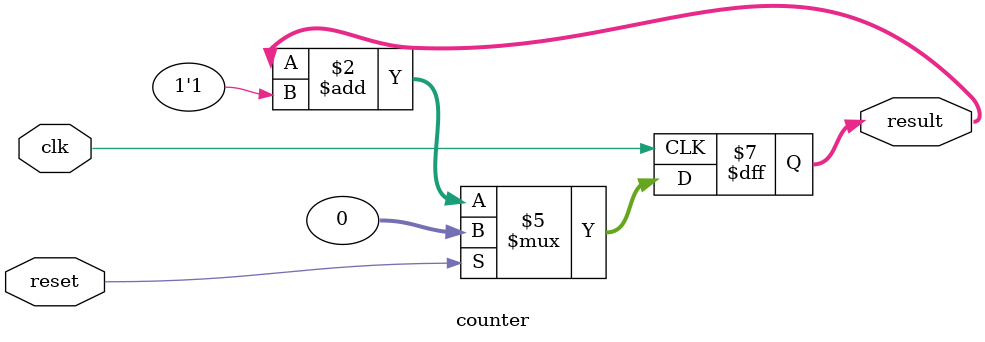
<source format=v>
`timescale 1ns / 1ps

module counter #(
  parameter counter_width = 32
) (
  input clk,
  input reset,
  output reg [counter_width-1:0] result = {counter_width{1'b0}}
);

  always @(posedge clk)
    if (reset) 
      result = {counter_width{1'b0}};		
    else 
      result = result + 1'b1;

endmodule		

</source>
